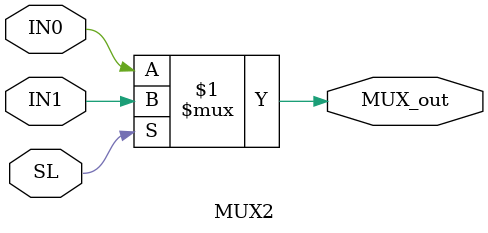
<source format=v>
module MUX2 (
    input wire IN0,
    input wire IN1,
    input wire SL,
    output wire MUX_out

);
assign MUX_out=SL?IN1:IN0;
    
endmodule
</source>
